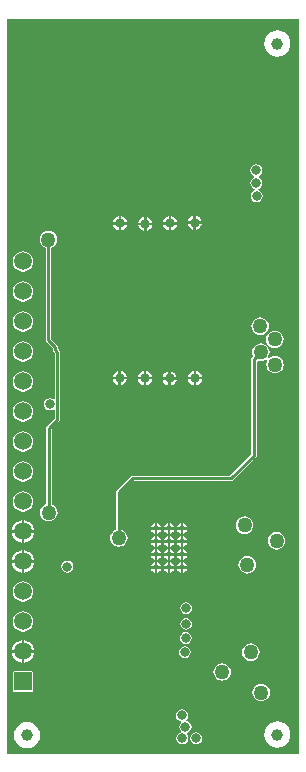
<source format=gbl>
G04 Layer_Physical_Order=4*
G04 Layer_Color=16711680*
%FSLAX44Y44*%
%MOMM*%
G71*
G01*
G75*
%ADD10C,1.0000*%
%ADD31C,0.2540*%
%ADD33C,1.5000*%
%ADD34R,1.5000X1.5000*%
%ADD35C,0.8000*%
%ADD36C,1.2700*%
%ADD37C,0.5000*%
G36*
X248376Y1624D02*
X1624D01*
Y623876D01*
X248376D01*
Y1624D01*
D02*
G37*
%LPC*%
G36*
X142889Y169250D02*
X139500D01*
Y165861D01*
X140256Y166011D01*
X141744Y167006D01*
X142739Y168494D01*
X142889Y169250D01*
D02*
G37*
G36*
X137500D02*
X134111D01*
X134261Y168494D01*
X135256Y167006D01*
X136744Y166011D01*
X137500Y165861D01*
Y169250D01*
D02*
G37*
G36*
X153889Y169250D02*
X150500D01*
Y165861D01*
X151256Y166011D01*
X152744Y167006D01*
X153739Y168494D01*
X153889Y169250D01*
D02*
G37*
G36*
X126500Y174639D02*
X125744Y174489D01*
X124256Y173494D01*
X123261Y172006D01*
X123111Y171250D01*
X126500D01*
Y174639D01*
D02*
G37*
G36*
X150500D02*
Y171250D01*
X153889D01*
X153739Y172006D01*
X152744Y173494D01*
X151256Y174489D01*
X150500Y174639D01*
D02*
G37*
G36*
X148500D02*
X147744Y174489D01*
X146256Y173494D01*
X145261Y172006D01*
X145111Y171250D01*
X148500D01*
Y174639D01*
D02*
G37*
G36*
X128500D02*
Y171250D01*
X131889D01*
X131739Y172006D01*
X130744Y173494D01*
X129256Y174489D01*
X128500Y174639D01*
D02*
G37*
G36*
X148500Y169250D02*
X145111D01*
X145261Y168494D01*
X146256Y167006D01*
X147744Y166011D01*
X148500Y165861D01*
Y169250D01*
D02*
G37*
G36*
X150500Y163639D02*
Y160250D01*
X153889D01*
X153739Y161006D01*
X152744Y162494D01*
X151256Y163489D01*
X150500Y163639D01*
D02*
G37*
G36*
X148500D02*
X147744Y163489D01*
X146256Y162494D01*
X145261Y161006D01*
X145111Y160250D01*
X148500D01*
Y163639D01*
D02*
G37*
G36*
X139500D02*
Y160250D01*
X142889D01*
X142739Y161006D01*
X141744Y162494D01*
X140256Y163489D01*
X139500Y163639D01*
D02*
G37*
G36*
X14000Y173750D02*
X12520Y173556D01*
X10209Y172598D01*
X8224Y171075D01*
X6702Y169091D01*
X5745Y166780D01*
X5550Y165300D01*
X14000D01*
Y173750D01*
D02*
G37*
G36*
X131889Y169250D02*
X128500D01*
Y165861D01*
X129256Y166011D01*
X130744Y167006D01*
X131739Y168494D01*
X131889Y169250D01*
D02*
G37*
G36*
X126500D02*
X123111D01*
X123261Y168494D01*
X124256Y167006D01*
X125744Y166011D01*
X126500Y165861D01*
Y169250D01*
D02*
G37*
G36*
X16000Y173750D02*
Y165300D01*
X24450D01*
X24255Y166780D01*
X23298Y169091D01*
X21775Y171075D01*
X19791Y172598D01*
X17480Y173556D01*
X16000Y173750D01*
D02*
G37*
G36*
X137500Y174639D02*
X136744Y174489D01*
X135256Y173494D01*
X134261Y172006D01*
X134111Y171250D01*
X137500D01*
Y174639D01*
D02*
G37*
G36*
Y185639D02*
X136744Y185489D01*
X135256Y184494D01*
X134261Y183006D01*
X134111Y182250D01*
X137500D01*
Y185639D01*
D02*
G37*
G36*
X14000Y188700D02*
X5550D01*
X5745Y187220D01*
X6702Y184909D01*
X8224Y182925D01*
X10209Y181402D01*
X12520Y180445D01*
X14000Y180250D01*
Y188700D01*
D02*
G37*
G36*
X24450D02*
X16000D01*
Y180250D01*
X17480Y180445D01*
X19791Y181402D01*
X21775Y182925D01*
X23298Y184909D01*
X24255Y187220D01*
X24450Y188700D01*
D02*
G37*
G36*
X139500Y185639D02*
Y182250D01*
X142889D01*
X142739Y183006D01*
X141744Y184494D01*
X140256Y185489D01*
X139500Y185639D01*
D02*
G37*
G36*
X148500Y185639D02*
X147744Y185489D01*
X146256Y184494D01*
X145261Y183006D01*
X145111Y182250D01*
X148500D01*
Y185639D01*
D02*
G37*
G36*
X128500D02*
Y182250D01*
X131889D01*
X131739Y183006D01*
X130744Y184494D01*
X129256Y185489D01*
X128500Y185639D01*
D02*
G37*
G36*
X126500D02*
X125744Y185489D01*
X124256Y184494D01*
X123261Y183006D01*
X123111Y182250D01*
X126500D01*
Y185639D01*
D02*
G37*
G36*
X153889Y180250D02*
X150500D01*
Y176861D01*
X151256Y177011D01*
X152744Y178006D01*
X153739Y179494D01*
X153889Y180250D01*
D02*
G37*
G36*
X137500Y180250D02*
X134111D01*
X134261Y179494D01*
X135256Y178006D01*
X136744Y177011D01*
X137500Y176861D01*
Y180250D01*
D02*
G37*
G36*
X229750Y189163D02*
X227831Y188911D01*
X226043Y188170D01*
X224508Y186992D01*
X223330Y185457D01*
X222589Y183669D01*
X222337Y181750D01*
X222589Y179831D01*
X223330Y178043D01*
X224508Y176508D01*
X226043Y175330D01*
X227831Y174589D01*
X229750Y174337D01*
X231669Y174589D01*
X233457Y175330D01*
X234992Y176508D01*
X236170Y178043D01*
X236911Y179831D01*
X237163Y181750D01*
X236911Y183669D01*
X236170Y185457D01*
X234992Y186992D01*
X233457Y188170D01*
X231669Y188911D01*
X229750Y189163D01*
D02*
G37*
G36*
X139500Y174639D02*
Y171250D01*
X142889D01*
X142739Y172006D01*
X141744Y173494D01*
X140256Y174489D01*
X139500Y174639D01*
D02*
G37*
G36*
X142889Y180250D02*
X139500D01*
Y176861D01*
X140256Y177011D01*
X141744Y178006D01*
X142739Y179494D01*
X142889Y180250D01*
D02*
G37*
G36*
X148500Y180250D02*
X145111D01*
X145261Y179494D01*
X146256Y178006D01*
X147744Y177011D01*
X148500Y176861D01*
Y180250D01*
D02*
G37*
G36*
X131889D02*
X128500D01*
Y176861D01*
X129256Y177011D01*
X130744Y178006D01*
X131739Y179494D01*
X131889Y180250D01*
D02*
G37*
G36*
X126500D02*
X123111D01*
X123261Y179494D01*
X124256Y178006D01*
X125744Y177011D01*
X126500Y176861D01*
Y180250D01*
D02*
G37*
G36*
X152000Y92598D02*
X150049Y92210D01*
X148395Y91105D01*
X147290Y89451D01*
X146902Y87500D01*
X147290Y85549D01*
X148395Y83895D01*
X150049Y82790D01*
X152000Y82402D01*
X153951Y82790D01*
X155605Y83895D01*
X156710Y85549D01*
X157098Y87500D01*
X156710Y89451D01*
X155605Y91105D01*
X153951Y92210D01*
X152000Y92598D01*
D02*
G37*
G36*
X207750Y94913D02*
X205831Y94661D01*
X204043Y93920D01*
X202508Y92742D01*
X201330Y91207D01*
X200589Y89419D01*
X200337Y87500D01*
X200589Y85581D01*
X201330Y83793D01*
X202508Y82258D01*
X204043Y81080D01*
X205831Y80339D01*
X207750Y80087D01*
X209669Y80339D01*
X211457Y81080D01*
X212992Y82258D01*
X214170Y83793D01*
X214911Y85581D01*
X215163Y87500D01*
X214911Y89419D01*
X214170Y91207D01*
X212992Y92742D01*
X211457Y93920D01*
X209669Y94661D01*
X207750Y94913D01*
D02*
G37*
G36*
X14000Y87100D02*
X5550D01*
X5745Y85620D01*
X6702Y83309D01*
X8224Y81325D01*
X10209Y79802D01*
X12520Y78844D01*
X14000Y78650D01*
Y87100D01*
D02*
G37*
G36*
Y97550D02*
X12520Y97355D01*
X10209Y96398D01*
X8224Y94875D01*
X6702Y92891D01*
X5745Y90580D01*
X5550Y89100D01*
X14000D01*
Y97550D01*
D02*
G37*
G36*
X15000Y122073D02*
X12781Y121781D01*
X10713Y120925D01*
X8938Y119562D01*
X7575Y117787D01*
X6719Y115719D01*
X6427Y113500D01*
X6719Y111281D01*
X7575Y109213D01*
X8938Y107438D01*
X10713Y106075D01*
X12781Y105219D01*
X15000Y104927D01*
X17219Y105219D01*
X19287Y106075D01*
X21062Y107438D01*
X22425Y109213D01*
X23281Y111281D01*
X23573Y113500D01*
X23281Y115719D01*
X22425Y117787D01*
X21062Y119562D01*
X19287Y120925D01*
X17219Y121781D01*
X15000Y122073D01*
D02*
G37*
G36*
X152750Y104598D02*
X150799Y104210D01*
X149145Y103105D01*
X148040Y101451D01*
X147652Y99500D01*
X148040Y97549D01*
X149145Y95895D01*
X150799Y94790D01*
X152750Y94402D01*
X154701Y94790D01*
X156355Y95895D01*
X157460Y97549D01*
X157848Y99500D01*
X157460Y101451D01*
X156355Y103105D01*
X154701Y104210D01*
X152750Y104598D01*
D02*
G37*
G36*
X16000Y97550D02*
Y89100D01*
X24450D01*
X24255Y90580D01*
X23298Y92891D01*
X21775Y94875D01*
X19791Y96398D01*
X17480Y97355D01*
X16000Y97550D01*
D02*
G37*
G36*
X24450Y87100D02*
X16000D01*
Y78650D01*
X17480Y78844D01*
X19791Y79802D01*
X21775Y81325D01*
X23298Y83309D01*
X24255Y85620D01*
X24450Y87100D01*
D02*
G37*
G36*
X149500Y39098D02*
X147549Y38710D01*
X145895Y37605D01*
X144790Y35951D01*
X144402Y34000D01*
X144790Y32049D01*
X145895Y30395D01*
X147549Y29290D01*
X148480Y29105D01*
X148723Y28374D01*
X148820Y27742D01*
X147790Y26201D01*
X147402Y24250D01*
X147790Y22299D01*
X148895Y20645D01*
X148538Y19357D01*
X147799Y19210D01*
X146145Y18105D01*
X145040Y16451D01*
X144652Y14500D01*
X145040Y12549D01*
X146145Y10895D01*
X147799Y9790D01*
X149750Y9402D01*
X151701Y9790D01*
X153355Y10895D01*
X154460Y12549D01*
X154848Y14500D01*
X154460Y16451D01*
X153355Y18105D01*
X153713Y19393D01*
X154451Y19540D01*
X156105Y20645D01*
X157210Y22299D01*
X157598Y24250D01*
X157210Y26201D01*
X156105Y27855D01*
X154451Y28960D01*
X153520Y29145D01*
X153277Y29876D01*
X153180Y30508D01*
X154210Y32049D01*
X154598Y34000D01*
X154210Y35951D01*
X153105Y37605D01*
X151451Y38710D01*
X149500Y39098D01*
D02*
G37*
G36*
X230250Y28895D02*
X227365Y28516D01*
X224677Y27402D01*
X222369Y25631D01*
X220598Y23323D01*
X219484Y20635D01*
X219105Y17750D01*
X219484Y14865D01*
X220598Y12177D01*
X222369Y9869D01*
X224677Y8098D01*
X227365Y6984D01*
X230250Y6605D01*
X233135Y6984D01*
X235823Y8098D01*
X238131Y9869D01*
X239902Y12177D01*
X241016Y14865D01*
X241395Y17750D01*
X241016Y20635D01*
X239902Y23323D01*
X238131Y25631D01*
X235823Y27402D01*
X233135Y28516D01*
X230250Y28895D01*
D02*
G37*
G36*
X18250Y28395D02*
X15365Y28016D01*
X12677Y26902D01*
X10369Y25131D01*
X8598Y22823D01*
X7484Y20135D01*
X7105Y17250D01*
X7484Y14365D01*
X8598Y11677D01*
X10369Y9369D01*
X12677Y7598D01*
X15365Y6484D01*
X18250Y6105D01*
X21135Y6484D01*
X23823Y7598D01*
X26131Y9369D01*
X27902Y11677D01*
X29016Y14365D01*
X29395Y17250D01*
X29016Y20135D01*
X27902Y22823D01*
X26131Y25131D01*
X23823Y26902D01*
X21135Y28016D01*
X18250Y28395D01*
D02*
G37*
G36*
X161500Y19598D02*
X159549Y19210D01*
X157895Y18105D01*
X156790Y16451D01*
X156402Y14500D01*
X156790Y12549D01*
X157895Y10895D01*
X159549Y9790D01*
X161500Y9402D01*
X163451Y9790D01*
X165105Y10895D01*
X166210Y12549D01*
X166598Y14500D01*
X166210Y16451D01*
X165105Y18105D01*
X163451Y19210D01*
X161500Y19598D01*
D02*
G37*
G36*
X183500Y78163D02*
X181581Y77911D01*
X179793Y77170D01*
X178258Y75992D01*
X177080Y74457D01*
X176339Y72669D01*
X176087Y70750D01*
X176339Y68831D01*
X177080Y67043D01*
X178258Y65508D01*
X179793Y64330D01*
X181581Y63589D01*
X183500Y63337D01*
X185419Y63589D01*
X187207Y64330D01*
X188742Y65508D01*
X189920Y67043D01*
X190661Y68831D01*
X190913Y70750D01*
X190661Y72669D01*
X189920Y74457D01*
X188742Y75992D01*
X187207Y77170D01*
X185419Y77911D01*
X183500Y78163D01*
D02*
G37*
G36*
X22500Y71282D02*
X7500D01*
X6735Y70965D01*
X6418Y70200D01*
Y55200D01*
X6735Y54435D01*
X7500Y54118D01*
X22500D01*
X23265Y54435D01*
X23582Y55200D01*
Y70200D01*
X23265Y70965D01*
X22500Y71282D01*
D02*
G37*
G36*
X216500Y60663D02*
X214581Y60411D01*
X212793Y59670D01*
X211258Y58492D01*
X210080Y56957D01*
X209339Y55169D01*
X209087Y53250D01*
X209339Y51331D01*
X210080Y49543D01*
X211258Y48008D01*
X212793Y46830D01*
X214581Y46089D01*
X216500Y45837D01*
X218419Y46089D01*
X220207Y46830D01*
X221742Y48008D01*
X222920Y49543D01*
X223661Y51331D01*
X223913Y53250D01*
X223661Y55169D01*
X222920Y56957D01*
X221742Y58492D01*
X220207Y59670D01*
X218419Y60411D01*
X216500Y60663D01*
D02*
G37*
G36*
X153000Y116598D02*
X151049Y116210D01*
X149395Y115105D01*
X148290Y113451D01*
X147902Y111500D01*
X148290Y109549D01*
X149395Y107895D01*
X151049Y106790D01*
X153000Y106402D01*
X154951Y106790D01*
X156605Y107895D01*
X157710Y109549D01*
X158098Y111500D01*
X157710Y113451D01*
X156605Y115105D01*
X154951Y116210D01*
X153000Y116598D01*
D02*
G37*
G36*
X153889Y158250D02*
X150500D01*
Y154861D01*
X151256Y155011D01*
X152744Y156006D01*
X153739Y157494D01*
X153889Y158250D01*
D02*
G37*
G36*
X148500D02*
X145111D01*
X145261Y157494D01*
X146256Y156006D01*
X147744Y155011D01*
X148500Y154861D01*
Y158250D01*
D02*
G37*
G36*
X142889D02*
X139500D01*
Y154861D01*
X140256Y155011D01*
X141744Y156006D01*
X142739Y157494D01*
X142889Y158250D01*
D02*
G37*
G36*
X52500Y165098D02*
X50549Y164710D01*
X48895Y163605D01*
X47790Y161951D01*
X47402Y160000D01*
X47790Y158049D01*
X48895Y156395D01*
X50549Y155290D01*
X52500Y154902D01*
X54451Y155290D01*
X56105Y156395D01*
X57210Y158049D01*
X57598Y160000D01*
X57210Y161951D01*
X56105Y163605D01*
X54451Y164710D01*
X52500Y165098D01*
D02*
G37*
G36*
X137500Y163639D02*
X136744Y163489D01*
X135256Y162494D01*
X134261Y161006D01*
X134111Y160250D01*
X137500D01*
Y163639D01*
D02*
G37*
G36*
X128500D02*
Y160250D01*
X131889D01*
X131739Y161006D01*
X130744Y162494D01*
X129256Y163489D01*
X128500Y163639D01*
D02*
G37*
G36*
X126500D02*
X125744Y163489D01*
X124256Y162494D01*
X123261Y161006D01*
X123111Y160250D01*
X126500D01*
Y163639D01*
D02*
G37*
G36*
X137500Y158250D02*
X134111D01*
X134261Y157494D01*
X135256Y156006D01*
X136744Y155011D01*
X137500Y154861D01*
Y158250D01*
D02*
G37*
G36*
X204750Y168913D02*
X202831Y168661D01*
X201043Y167920D01*
X199508Y166742D01*
X198330Y165207D01*
X197589Y163419D01*
X197337Y161500D01*
X197589Y159581D01*
X198330Y157793D01*
X199508Y156258D01*
X201043Y155080D01*
X202831Y154339D01*
X204750Y154087D01*
X206669Y154339D01*
X208457Y155080D01*
X209992Y156258D01*
X211170Y157793D01*
X211911Y159581D01*
X212163Y161500D01*
X211911Y163419D01*
X211170Y165207D01*
X209992Y166742D01*
X208457Y167920D01*
X206669Y168661D01*
X204750Y168913D01*
D02*
G37*
G36*
X15000Y147473D02*
X12781Y147181D01*
X10713Y146325D01*
X8938Y144962D01*
X7575Y143187D01*
X6719Y141119D01*
X6427Y138900D01*
X6719Y136681D01*
X7575Y134613D01*
X8938Y132838D01*
X10713Y131475D01*
X12781Y130619D01*
X15000Y130327D01*
X17219Y130619D01*
X19287Y131475D01*
X21062Y132838D01*
X22425Y134613D01*
X23281Y136681D01*
X23573Y138900D01*
X23281Y141119D01*
X22425Y143187D01*
X21062Y144962D01*
X19287Y146325D01*
X17219Y147181D01*
X15000Y147473D01*
D02*
G37*
G36*
X153000Y129848D02*
X151049Y129460D01*
X149395Y128355D01*
X148290Y126701D01*
X147902Y124750D01*
X148290Y122799D01*
X149395Y121145D01*
X151049Y120040D01*
X153000Y119652D01*
X154951Y120040D01*
X156605Y121145D01*
X157710Y122799D01*
X158098Y124750D01*
X157710Y126701D01*
X156605Y128355D01*
X154951Y129460D01*
X153000Y129848D01*
D02*
G37*
G36*
X24450Y163300D02*
X16000D01*
Y154850D01*
X17480Y155044D01*
X19791Y156002D01*
X21775Y157525D01*
X23298Y159509D01*
X24255Y161820D01*
X24450Y163300D01*
D02*
G37*
G36*
X131889Y158250D02*
X128500D01*
Y154861D01*
X129256Y155011D01*
X130744Y156006D01*
X131739Y157494D01*
X131889Y158250D01*
D02*
G37*
G36*
X126500D02*
X123111D01*
X123261Y157494D01*
X124256Y156006D01*
X125744Y155011D01*
X126500Y154861D01*
Y158250D01*
D02*
G37*
G36*
X14000Y163300D02*
X5550D01*
X5745Y161820D01*
X6702Y159509D01*
X8224Y157525D01*
X10209Y156002D01*
X12520Y155044D01*
X14000Y154850D01*
Y163300D01*
D02*
G37*
G36*
X15000Y376073D02*
X12781Y375781D01*
X10713Y374925D01*
X8938Y373562D01*
X7575Y371787D01*
X6719Y369719D01*
X6427Y367500D01*
X6719Y365281D01*
X7575Y363213D01*
X8938Y361438D01*
X10713Y360075D01*
X12781Y359219D01*
X15000Y358927D01*
X17219Y359219D01*
X19287Y360075D01*
X21062Y361438D01*
X22425Y363213D01*
X23281Y365281D01*
X23573Y367500D01*
X23281Y369719D01*
X22425Y371787D01*
X21062Y373562D01*
X19287Y374925D01*
X17219Y375781D01*
X15000Y376073D01*
D02*
G37*
G36*
X215750Y370913D02*
X213831Y370661D01*
X212043Y369920D01*
X210508Y368742D01*
X209330Y367207D01*
X208589Y365419D01*
X208337Y363500D01*
X208589Y361581D01*
X209330Y359793D01*
X210508Y358258D01*
X212043Y357080D01*
X213831Y356339D01*
X215750Y356087D01*
X217669Y356339D01*
X219457Y357080D01*
X220992Y358258D01*
X222170Y359793D01*
X222911Y361581D01*
X223163Y363500D01*
X222911Y365419D01*
X222170Y367207D01*
X220992Y368742D01*
X219457Y369920D01*
X217669Y370661D01*
X215750Y370913D01*
D02*
G37*
G36*
X228137Y359777D02*
X226218Y359524D01*
X224430Y358784D01*
X222894Y357606D01*
X221716Y356070D01*
X220976Y354282D01*
X220723Y352363D01*
X220976Y350445D01*
X221716Y348657D01*
X222894Y347121D01*
X224430Y345943D01*
X226218Y345203D01*
X228137Y344950D01*
X230055Y345203D01*
X231843Y345943D01*
X233379Y347121D01*
X234557Y348657D01*
X235297Y350445D01*
X235550Y352363D01*
X235297Y354282D01*
X234557Y356070D01*
X233379Y357606D01*
X231843Y358784D01*
X230055Y359524D01*
X228137Y359777D01*
D02*
G37*
G36*
X15000Y401473D02*
X12781Y401181D01*
X10713Y400325D01*
X8938Y398962D01*
X7575Y397187D01*
X6719Y395119D01*
X6427Y392900D01*
X6719Y390681D01*
X7575Y388613D01*
X8938Y386838D01*
X10713Y385475D01*
X12781Y384619D01*
X15000Y384327D01*
X17219Y384619D01*
X19287Y385475D01*
X21062Y386838D01*
X22425Y388613D01*
X23281Y390681D01*
X23573Y392900D01*
X23281Y395119D01*
X22425Y397187D01*
X21062Y398962D01*
X19287Y400325D01*
X17219Y401181D01*
X15000Y401473D01*
D02*
G37*
G36*
X124419Y449250D02*
X119500D01*
Y444331D01*
X120841Y444598D01*
X122826Y445924D01*
X124152Y447909D01*
X124419Y449250D01*
D02*
G37*
G36*
X117500D02*
X112581D01*
X112848Y447909D01*
X114174Y445924D01*
X116159Y444598D01*
X117500Y444331D01*
Y449250D01*
D02*
G37*
G36*
X15000Y426873D02*
X12781Y426581D01*
X10713Y425725D01*
X8938Y424362D01*
X7575Y422587D01*
X6719Y420519D01*
X6427Y418300D01*
X6719Y416081D01*
X7575Y414013D01*
X8938Y412238D01*
X10713Y410875D01*
X12781Y410019D01*
X15000Y409727D01*
X17219Y410019D01*
X19287Y410875D01*
X21062Y412238D01*
X22425Y414013D01*
X23281Y416081D01*
X23573Y418300D01*
X23281Y420519D01*
X22425Y422587D01*
X21062Y424362D01*
X19287Y425725D01*
X17219Y426581D01*
X15000Y426873D01*
D02*
G37*
G36*
Y350673D02*
X12781Y350381D01*
X10713Y349525D01*
X8938Y348162D01*
X7575Y346387D01*
X6719Y344319D01*
X6427Y342100D01*
X6719Y339881D01*
X7575Y337813D01*
X8938Y336038D01*
X10713Y334675D01*
X12781Y333819D01*
X15000Y333527D01*
X17219Y333819D01*
X19287Y334675D01*
X21062Y336038D01*
X22425Y337813D01*
X23281Y339881D01*
X23573Y342100D01*
X23281Y344319D01*
X22425Y346387D01*
X21062Y348162D01*
X19287Y349525D01*
X17219Y350381D01*
X15000Y350673D01*
D02*
G37*
G36*
X117250Y325419D02*
X115909Y325152D01*
X113924Y323826D01*
X112598Y321841D01*
X112331Y320500D01*
X117250D01*
Y325419D01*
D02*
G37*
G36*
X97750D02*
Y320500D01*
X102669D01*
X102402Y321841D01*
X101076Y323826D01*
X99091Y325152D01*
X97750Y325419D01*
D02*
G37*
G36*
X95750D02*
X94409Y325152D01*
X92424Y323826D01*
X91098Y321841D01*
X90831Y320500D01*
X95750D01*
Y325419D01*
D02*
G37*
G36*
X119250D02*
Y320500D01*
X124169D01*
X123902Y321841D01*
X122576Y323826D01*
X120591Y325152D01*
X119250Y325419D01*
D02*
G37*
G36*
X216250Y348913D02*
X214331Y348661D01*
X212543Y347920D01*
X211008Y346742D01*
X209830Y345207D01*
X209089Y343419D01*
X208837Y341500D01*
X209089Y339581D01*
X209666Y338189D01*
X208863Y337387D01*
X208362Y336636D01*
X208186Y335750D01*
Y254959D01*
X190291Y237064D01*
X107750D01*
X106864Y236888D01*
X106113Y236387D01*
X94363Y224637D01*
X93862Y223886D01*
X93686Y223000D01*
Y191247D01*
X92293Y190670D01*
X90758Y189492D01*
X89580Y187957D01*
X88839Y186169D01*
X88587Y184250D01*
X88839Y182331D01*
X89580Y180543D01*
X90758Y179008D01*
X92293Y177830D01*
X94081Y177089D01*
X96000Y176837D01*
X97919Y177089D01*
X99707Y177830D01*
X101242Y179008D01*
X102420Y180543D01*
X103161Y182331D01*
X103413Y184250D01*
X103161Y186169D01*
X102420Y187957D01*
X101242Y189492D01*
X99707Y190670D01*
X98315Y191247D01*
Y222041D01*
X108709Y232435D01*
X191250D01*
X192136Y232612D01*
X192887Y233113D01*
X212137Y252363D01*
X212638Y253114D01*
X212815Y254000D01*
Y333593D01*
X214084Y334441D01*
X214331Y334339D01*
X216250Y334087D01*
X218169Y334339D01*
X219957Y335080D01*
X221315Y336122D01*
X222221Y335216D01*
X221830Y334707D01*
X221089Y332919D01*
X220837Y331000D01*
X221089Y329081D01*
X221830Y327293D01*
X223008Y325758D01*
X224543Y324580D01*
X226331Y323839D01*
X228250Y323587D01*
X230169Y323839D01*
X231957Y324580D01*
X233492Y325758D01*
X234670Y327293D01*
X235411Y329081D01*
X235663Y331000D01*
X235411Y332919D01*
X234670Y334707D01*
X233492Y336242D01*
X231957Y337420D01*
X230169Y338161D01*
X228250Y338413D01*
X226331Y338161D01*
X224543Y337420D01*
X223185Y336378D01*
X222279Y337284D01*
X222670Y337793D01*
X223411Y339581D01*
X223663Y341500D01*
X223411Y343419D01*
X222670Y345207D01*
X221492Y346742D01*
X219957Y347920D01*
X218169Y348661D01*
X216250Y348913D01*
D02*
G37*
G36*
X161500Y325669D02*
Y320750D01*
X166419D01*
X166152Y322091D01*
X164826Y324076D01*
X162841Y325402D01*
X161500Y325669D01*
D02*
G37*
G36*
X159500D02*
X158159Y325402D01*
X156174Y324076D01*
X154848Y322091D01*
X154581Y320750D01*
X159500D01*
Y325669D01*
D02*
G37*
G36*
X96000Y449500D02*
X91081D01*
X91348Y448159D01*
X92674Y446174D01*
X94659Y444848D01*
X96000Y444581D01*
Y449500D01*
D02*
G37*
G36*
X140500Y456419D02*
Y451500D01*
X145419D01*
X145152Y452841D01*
X143826Y454826D01*
X141841Y456152D01*
X140500Y456419D01*
D02*
G37*
G36*
X138500D02*
X137159Y456152D01*
X135174Y454826D01*
X133848Y452841D01*
X133581Y451500D01*
X138500D01*
Y456419D01*
D02*
G37*
G36*
X98000D02*
Y451500D01*
X102919D01*
X102652Y452841D01*
X101326Y454826D01*
X99341Y456152D01*
X98000Y456419D01*
D02*
G37*
G36*
X159250Y457169D02*
X157909Y456902D01*
X155924Y455576D01*
X154598Y453591D01*
X154331Y452250D01*
X159250D01*
Y457169D01*
D02*
G37*
G36*
X230250Y613895D02*
X227365Y613516D01*
X224677Y612402D01*
X222369Y610631D01*
X220598Y608323D01*
X219484Y605635D01*
X219105Y602750D01*
X219484Y599865D01*
X220598Y597177D01*
X222369Y594869D01*
X224677Y593098D01*
X227365Y591984D01*
X230250Y591605D01*
X233135Y591984D01*
X235823Y593098D01*
X238131Y594869D01*
X239902Y597177D01*
X241016Y599865D01*
X241395Y602750D01*
X241016Y605635D01*
X239902Y608323D01*
X238131Y610631D01*
X235823Y612402D01*
X233135Y613516D01*
X230250Y613895D01*
D02*
G37*
G36*
X212500Y500598D02*
X210549Y500210D01*
X208895Y499105D01*
X207790Y497451D01*
X207402Y495500D01*
X207790Y493549D01*
X208895Y491895D01*
X210549Y490790D01*
X210638Y490772D01*
Y489478D01*
X210549Y489460D01*
X208895Y488355D01*
X207790Y486701D01*
X207402Y484750D01*
X207790Y482799D01*
X208895Y481145D01*
X210549Y480040D01*
X211391Y479873D01*
Y478578D01*
X210799Y478460D01*
X209145Y477355D01*
X208040Y475701D01*
X207652Y473750D01*
X208040Y471799D01*
X209145Y470145D01*
X210799Y469040D01*
X212750Y468652D01*
X214701Y469040D01*
X216355Y470145D01*
X217460Y471799D01*
X217848Y473750D01*
X217460Y475701D01*
X216355Y477355D01*
X214701Y478460D01*
X213859Y478627D01*
Y479922D01*
X214451Y480040D01*
X216105Y481145D01*
X217210Y482799D01*
X217598Y484750D01*
X217210Y486701D01*
X216105Y488355D01*
X214451Y489460D01*
X214362Y489478D01*
Y490772D01*
X214451Y490790D01*
X216105Y491895D01*
X217210Y493549D01*
X217598Y495500D01*
X217210Y497451D01*
X216105Y499105D01*
X214451Y500210D01*
X212500Y500598D01*
D02*
G37*
G36*
X161250Y457169D02*
Y452250D01*
X166169D01*
X165902Y453591D01*
X164576Y455576D01*
X162591Y456902D01*
X161250Y457169D01*
D02*
G37*
G36*
X96000Y456419D02*
X94659Y456152D01*
X92674Y454826D01*
X91348Y452841D01*
X91081Y451500D01*
X96000D01*
Y456419D01*
D02*
G37*
G36*
X145419Y449500D02*
X140500D01*
Y444581D01*
X141841Y444848D01*
X143826Y446174D01*
X145152Y448159D01*
X145419Y449500D01*
D02*
G37*
G36*
X138500D02*
X133581D01*
X133848Y448159D01*
X135174Y446174D01*
X137159Y444848D01*
X138500Y444581D01*
Y449500D01*
D02*
G37*
G36*
X102919D02*
X98000D01*
Y444581D01*
X99341Y444848D01*
X101326Y446174D01*
X102652Y448159D01*
X102919Y449500D01*
D02*
G37*
G36*
X159250Y450250D02*
X154331D01*
X154598Y448909D01*
X155924Y446924D01*
X157909Y445598D01*
X159250Y445331D01*
Y450250D01*
D02*
G37*
G36*
X119500Y456169D02*
Y451250D01*
X124419D01*
X124152Y452591D01*
X122826Y454576D01*
X120841Y455902D01*
X119500Y456169D01*
D02*
G37*
G36*
X117500D02*
X116159Y455902D01*
X114174Y454576D01*
X112848Y452591D01*
X112581Y451250D01*
X117500D01*
Y456169D01*
D02*
G37*
G36*
X166169Y450250D02*
X161250D01*
Y445331D01*
X162591Y445598D01*
X164576Y446924D01*
X165902Y448909D01*
X166169Y450250D01*
D02*
G37*
G36*
X140000Y325169D02*
Y320250D01*
X144919D01*
X144652Y321591D01*
X143326Y323576D01*
X141341Y324902D01*
X140000Y325169D01*
D02*
G37*
G36*
X126500Y196639D02*
X125744Y196489D01*
X124256Y195494D01*
X123261Y194006D01*
X123111Y193250D01*
X126500D01*
Y196639D01*
D02*
G37*
G36*
X16000Y199150D02*
Y190700D01*
X24450D01*
X24255Y192180D01*
X23298Y194491D01*
X21775Y196476D01*
X19791Y197998D01*
X17480Y198955D01*
X16000Y199150D01*
D02*
G37*
G36*
X14000D02*
X12520Y198955D01*
X10209Y197998D01*
X8224Y196476D01*
X6702Y194491D01*
X5745Y192180D01*
X5550Y190700D01*
X14000D01*
Y199150D01*
D02*
G37*
G36*
X128500Y196639D02*
Y193250D01*
X131889D01*
X131739Y194006D01*
X130744Y195494D01*
X129256Y196489D01*
X128500Y196639D01*
D02*
G37*
G36*
X148500D02*
X147744Y196489D01*
X146256Y195494D01*
X145261Y194006D01*
X145111Y193250D01*
X148500D01*
Y196639D01*
D02*
G37*
G36*
X139500D02*
Y193250D01*
X142889D01*
X142739Y194006D01*
X141744Y195494D01*
X140256Y196489D01*
X139500Y196639D01*
D02*
G37*
G36*
X137500D02*
X136744Y196489D01*
X135256Y195494D01*
X134261Y194006D01*
X134111Y193250D01*
X137500D01*
Y196639D01*
D02*
G37*
G36*
X153889Y191250D02*
X150500D01*
Y187861D01*
X151256Y188011D01*
X152744Y189006D01*
X153739Y190494D01*
X153889Y191250D01*
D02*
G37*
G36*
X126500D02*
X123111D01*
X123261Y190494D01*
X124256Y189006D01*
X125744Y188011D01*
X126500Y187861D01*
Y191250D01*
D02*
G37*
G36*
X202500Y202413D02*
X200581Y202161D01*
X198793Y201420D01*
X197258Y200242D01*
X196080Y198707D01*
X195339Y196919D01*
X195087Y195000D01*
X195339Y193081D01*
X196080Y191293D01*
X197258Y189758D01*
X198793Y188580D01*
X200581Y187839D01*
X202500Y187587D01*
X204419Y187839D01*
X206207Y188580D01*
X207742Y189758D01*
X208920Y191293D01*
X209661Y193081D01*
X209913Y195000D01*
X209661Y196919D01*
X208920Y198707D01*
X207742Y200242D01*
X206207Y201420D01*
X204419Y202161D01*
X202500Y202413D01*
D02*
G37*
G36*
X150500Y185639D02*
Y182250D01*
X153889D01*
X153739Y183006D01*
X152744Y184494D01*
X151256Y185489D01*
X150500Y185639D01*
D02*
G37*
G36*
X131889Y191250D02*
X128500D01*
Y187861D01*
X129256Y188011D01*
X130744Y189006D01*
X131739Y190494D01*
X131889Y191250D01*
D02*
G37*
G36*
X148500D02*
X145111D01*
X145261Y190494D01*
X146256Y189006D01*
X147744Y188011D01*
X148500Y187861D01*
Y191250D01*
D02*
G37*
G36*
X142889D02*
X139500D01*
Y187861D01*
X140256Y188011D01*
X141744Y189006D01*
X142739Y190494D01*
X142889Y191250D01*
D02*
G37*
G36*
X137500D02*
X134111D01*
X134261Y190494D01*
X135256Y189006D01*
X136744Y188011D01*
X137500Y187861D01*
Y191250D01*
D02*
G37*
G36*
X150500Y196639D02*
Y193250D01*
X153889D01*
X153739Y194006D01*
X152744Y195494D01*
X151256Y196489D01*
X150500Y196639D01*
D02*
G37*
G36*
X117250Y318500D02*
X112331D01*
X112598Y317159D01*
X113924Y315174D01*
X115909Y313848D01*
X117250Y313581D01*
Y318500D01*
D02*
G37*
G36*
X102669D02*
X97750D01*
Y313581D01*
X99091Y313848D01*
X101076Y315174D01*
X102402Y317159D01*
X102669Y318500D01*
D02*
G37*
G36*
X95750D02*
X90831D01*
X91098Y317159D01*
X92424Y315174D01*
X94409Y313848D01*
X95750Y313581D01*
Y318500D01*
D02*
G37*
G36*
X124169D02*
X119250D01*
Y313581D01*
X120591Y313848D01*
X122576Y315174D01*
X123902Y317159D01*
X124169Y318500D01*
D02*
G37*
G36*
X138000Y325169D02*
X136659Y324902D01*
X134674Y323576D01*
X133348Y321591D01*
X133081Y320250D01*
X138000D01*
Y325169D01*
D02*
G37*
G36*
X166419Y318750D02*
X161500D01*
Y313831D01*
X162841Y314098D01*
X164826Y315424D01*
X166152Y317409D01*
X166419Y318750D01*
D02*
G37*
G36*
X159500D02*
X154581D01*
X154848Y317409D01*
X156174Y315424D01*
X158159Y314098D01*
X159500Y313831D01*
Y318750D01*
D02*
G37*
G36*
X144919Y318250D02*
X140000D01*
Y313331D01*
X141341Y313598D01*
X143326Y314924D01*
X144652Y316909D01*
X144919Y318250D01*
D02*
G37*
G36*
X15000Y274473D02*
X12781Y274181D01*
X10713Y273325D01*
X8938Y271962D01*
X7575Y270187D01*
X6719Y268119D01*
X6427Y265900D01*
X6719Y263681D01*
X7575Y261613D01*
X8938Y259838D01*
X10713Y258475D01*
X12781Y257619D01*
X15000Y257327D01*
X17219Y257619D01*
X19287Y258475D01*
X21062Y259838D01*
X22425Y261613D01*
X23281Y263681D01*
X23573Y265900D01*
X23281Y268119D01*
X22425Y270187D01*
X21062Y271962D01*
X19287Y273325D01*
X17219Y274181D01*
X15000Y274473D01*
D02*
G37*
G36*
Y249073D02*
X12781Y248781D01*
X10713Y247925D01*
X8938Y246562D01*
X7575Y244787D01*
X6719Y242719D01*
X6427Y240500D01*
X6719Y238281D01*
X7575Y236213D01*
X8938Y234438D01*
X10713Y233075D01*
X12781Y232219D01*
X15000Y231927D01*
X17219Y232219D01*
X19287Y233075D01*
X21062Y234438D01*
X22425Y236213D01*
X23281Y238281D01*
X23573Y240500D01*
X23281Y242719D01*
X22425Y244787D01*
X21062Y246562D01*
X19287Y247925D01*
X17219Y248781D01*
X15000Y249073D01*
D02*
G37*
G36*
Y223673D02*
X12781Y223381D01*
X10713Y222525D01*
X8938Y221162D01*
X7575Y219387D01*
X6719Y217319D01*
X6427Y215100D01*
X6719Y212881D01*
X7575Y210813D01*
X8938Y209038D01*
X10713Y207675D01*
X12781Y206819D01*
X15000Y206527D01*
X17219Y206819D01*
X19287Y207675D01*
X21062Y209038D01*
X22425Y210813D01*
X23281Y212881D01*
X23573Y215100D01*
X23281Y217319D01*
X22425Y219387D01*
X21062Y221162D01*
X19287Y222525D01*
X17219Y223381D01*
X15000Y223673D01*
D02*
G37*
G36*
Y299873D02*
X12781Y299581D01*
X10713Y298725D01*
X8938Y297362D01*
X7575Y295587D01*
X6719Y293519D01*
X6427Y291300D01*
X6719Y289081D01*
X7575Y287013D01*
X8938Y285238D01*
X10713Y283875D01*
X12781Y283019D01*
X15000Y282727D01*
X17219Y283019D01*
X19287Y283875D01*
X21062Y285238D01*
X22425Y287013D01*
X23281Y289081D01*
X23573Y291300D01*
X23281Y293519D01*
X22425Y295587D01*
X21062Y297362D01*
X19287Y298725D01*
X17219Y299581D01*
X15000Y299873D01*
D02*
G37*
G36*
X138000Y318250D02*
X133081D01*
X133348Y316909D01*
X134674Y314924D01*
X136659Y313598D01*
X138000Y313331D01*
Y318250D01*
D02*
G37*
G36*
X15000Y325273D02*
X12781Y324981D01*
X10713Y324125D01*
X8938Y322762D01*
X7575Y320987D01*
X6719Y318919D01*
X6427Y316700D01*
X6719Y314481D01*
X7575Y312413D01*
X8938Y310638D01*
X10713Y309275D01*
X12781Y308419D01*
X15000Y308127D01*
X17219Y308419D01*
X19287Y309275D01*
X21062Y310638D01*
X22425Y312413D01*
X23281Y314481D01*
X23573Y316700D01*
X23281Y318919D01*
X22425Y320987D01*
X21062Y322762D01*
X19287Y324125D01*
X17219Y324981D01*
X15000Y325273D01*
D02*
G37*
G36*
X36500Y444163D02*
X34581Y443911D01*
X32793Y443170D01*
X31258Y441992D01*
X30080Y440457D01*
X29339Y438669D01*
X29087Y436750D01*
X29339Y434831D01*
X30080Y433043D01*
X31258Y431508D01*
X32793Y430330D01*
X34186Y429753D01*
Y351814D01*
X34362Y350929D01*
X34863Y350178D01*
X39936Y345106D01*
Y343750D01*
X40112Y342864D01*
X40613Y342113D01*
X41686Y341041D01*
Y302244D01*
X40416Y301565D01*
X39451Y302210D01*
X37500Y302598D01*
X35549Y302210D01*
X33895Y301105D01*
X32790Y299451D01*
X32402Y297500D01*
X32790Y295549D01*
X33895Y293895D01*
X35549Y292790D01*
X37500Y292402D01*
X39451Y292790D01*
X40416Y293435D01*
X41686Y292756D01*
Y285459D01*
X35113Y278887D01*
X34612Y278136D01*
X34436Y277250D01*
Y212747D01*
X33043Y212170D01*
X31508Y210992D01*
X30330Y209457D01*
X29589Y207669D01*
X29337Y205750D01*
X29589Y203831D01*
X30330Y202043D01*
X31508Y200508D01*
X33043Y199330D01*
X34831Y198589D01*
X36750Y198337D01*
X38669Y198589D01*
X40457Y199330D01*
X41992Y200508D01*
X43170Y202043D01*
X43911Y203831D01*
X44163Y205750D01*
X43911Y207669D01*
X43170Y209457D01*
X41992Y210992D01*
X40457Y212170D01*
X39065Y212747D01*
Y276291D01*
X45637Y282863D01*
X46138Y283614D01*
X46315Y284500D01*
Y342000D01*
X46138Y342886D01*
X45637Y343637D01*
X44564Y344709D01*
Y346064D01*
X44388Y346950D01*
X43887Y347701D01*
X38814Y352773D01*
Y429753D01*
X40207Y430330D01*
X41742Y431508D01*
X42920Y433043D01*
X43661Y434831D01*
X43913Y436750D01*
X43661Y438669D01*
X42920Y440457D01*
X41742Y441992D01*
X40207Y443170D01*
X38419Y443911D01*
X36500Y444163D01*
D02*
G37*
%LPD*%
D10*
X230250Y602750D02*
D03*
Y17750D02*
D03*
X18250Y17250D02*
D03*
D31*
X42250Y343750D02*
X44000Y342000D01*
X42250Y343750D02*
Y346064D01*
X36500Y351814D02*
X42250Y346064D01*
X36500Y351814D02*
Y436750D01*
X44000Y284500D02*
Y342000D01*
X36750Y277250D02*
X44000Y284500D01*
X36750Y205750D02*
Y277250D01*
X210500Y335750D02*
X216250Y341500D01*
X210500Y254000D02*
Y335750D01*
X191250Y234750D02*
X210500Y254000D01*
X107750Y234750D02*
X191250D01*
X96000Y223000D02*
X107750Y234750D01*
X96000Y184250D02*
Y223000D01*
D33*
X15000Y240500D02*
D03*
Y418300D02*
D03*
Y164300D02*
D03*
Y367500D02*
D03*
Y113500D02*
D03*
Y342100D02*
D03*
Y88100D02*
D03*
Y316700D02*
D03*
Y138900D02*
D03*
Y392900D02*
D03*
Y189700D02*
D03*
Y215100D02*
D03*
Y265900D02*
D03*
Y291300D02*
D03*
D34*
Y62700D02*
D03*
D35*
X160500Y319750D02*
D03*
X139000Y319250D02*
D03*
X118250Y319500D02*
D03*
X96750D02*
D03*
X160250Y451250D02*
D03*
X139500Y450500D02*
D03*
X118500Y450250D02*
D03*
X97000Y450500D02*
D03*
X152500Y24250D02*
D03*
X149500Y34000D02*
D03*
X161500Y14500D02*
D03*
X149750D02*
D03*
X212750Y473750D02*
D03*
X212500Y484750D02*
D03*
Y495500D02*
D03*
X152000Y87500D02*
D03*
X152750Y99500D02*
D03*
X153000Y111500D02*
D03*
Y124750D02*
D03*
X37500Y297500D02*
D03*
X52500Y160000D02*
D03*
D36*
X36750Y205750D02*
D03*
X36500Y436750D02*
D03*
X207750Y87500D02*
D03*
X216500Y53250D02*
D03*
X183500Y70750D02*
D03*
X204750Y161500D02*
D03*
X229750Y181750D02*
D03*
X228250Y331000D02*
D03*
X202500Y195000D02*
D03*
X96000Y184250D02*
D03*
X216250Y341500D02*
D03*
X228137Y352363D02*
D03*
X215750Y363500D02*
D03*
D37*
X149500Y192250D02*
D03*
Y181250D02*
D03*
Y170250D02*
D03*
Y159250D02*
D03*
X138500Y192250D02*
D03*
Y181250D02*
D03*
Y170250D02*
D03*
Y159250D02*
D03*
X127500Y192250D02*
D03*
Y181250D02*
D03*
Y170250D02*
D03*
Y159250D02*
D03*
M02*

</source>
